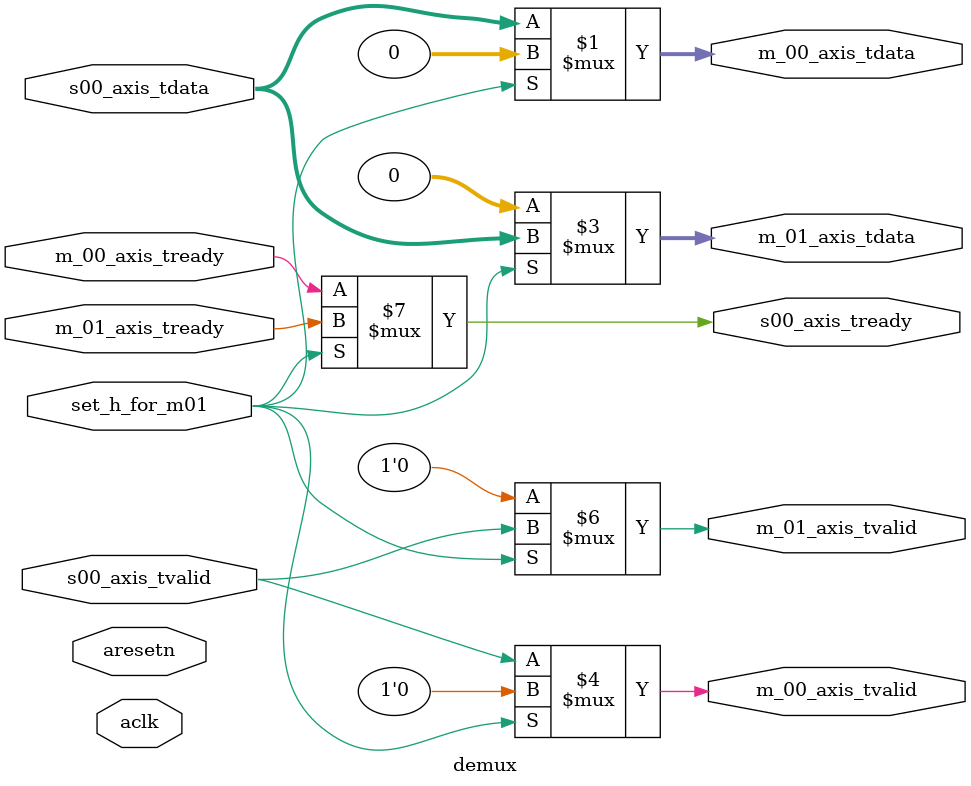
<source format=v>
`timescale 1 ns / 1 ps

	module demux#(parameter integer WIDTH	= 32)
	(
	    input  wire aclk,
        input wire aresetn,
	
        input wire set_h_for_m01,
       
        input wire [WIDTH - 1:0] s00_axis_tdata,        
        input wire  s00_axis_tvalid,
        output wire  s00_axis_tready,
        
        output wire [WIDTH - 1:0] m_00_axis_tdata,  
        output wire [WIDTH - 1:0] m_01_axis_tdata,  
        output wire  m_00_axis_tvalid, 
        output wire  m_01_axis_tvalid, 
        input wire   m_00_axis_tready,
        input wire   m_01_axis_tready

      	);
  
  
    assign m_00_axis_tdata = set_h_for_m01 ? {(WIDTH){1'b0}} : s00_axis_tdata;
    assign m_01_axis_tdata = ~set_h_for_m01 ? {(WIDTH){1'b0}} : s00_axis_tdata;
  
    assign m_00_axis_tvalid = set_h_for_m01 ? 1'b0 : s00_axis_tvalid;
    assign m_01_axis_tvalid = ~set_h_for_m01 ? 1'b0 : s00_axis_tvalid;

    assign s00_axis_tready = set_h_for_m01 ? m_01_axis_tready : m_00_axis_tready;

        
	endmodule
</source>
